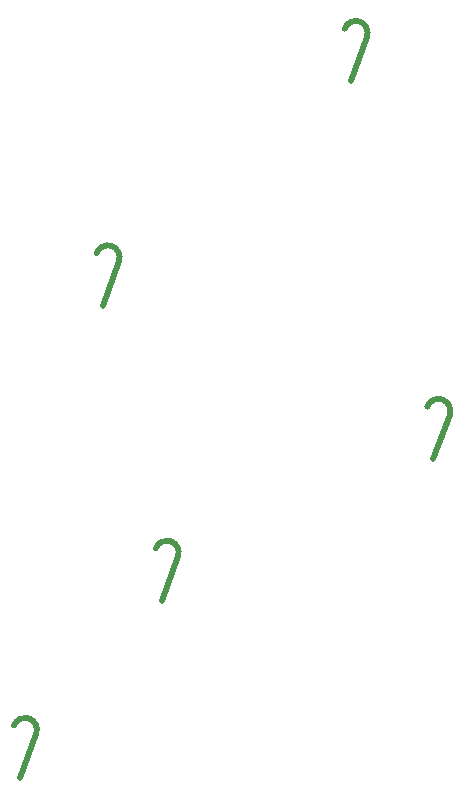
<source format=gto>
G04 #@! TF.FileFunction,Legend,Top*
%FSLAX46Y46*%
G04 Gerber Fmt 4.6, Leading zero omitted, Abs format (unit mm)*
G04 Created by KiCad (PCBNEW 4.0.7) date Wednesday, October 25, 2017 'PMt' 05:20:39 PM*
%MOMM*%
%LPD*%
G01*
G04 APERTURE LIST*
%ADD10C,0.100000*%
%ADD11C,0.500000*%
G04 APERTURE END LIST*
D10*
D11*
X145794743Y-52992789D02*
X144426662Y-56751559D01*
X145794742Y-52992788D02*
G75*
G03X143915358Y-52308748I-939692J342020D01*
G01*
X124794743Y-71992789D02*
X123426662Y-75751559D01*
X124794742Y-71992788D02*
G75*
G03X122915358Y-71308748I-939692J342020D01*
G01*
X117794743Y-111992789D02*
X116426662Y-115751559D01*
X117794742Y-111992788D02*
G75*
G03X115915358Y-111308748I-939692J342020D01*
G01*
X152794743Y-84992789D02*
X151426662Y-88751559D01*
X152794742Y-84992788D02*
G75*
G03X150915358Y-84308748I-939692J342020D01*
G01*
X129794743Y-96992789D02*
X128426662Y-100751559D01*
X129794742Y-96992788D02*
G75*
G03X127915358Y-96308748I-939692J342020D01*
G01*
M02*

</source>
